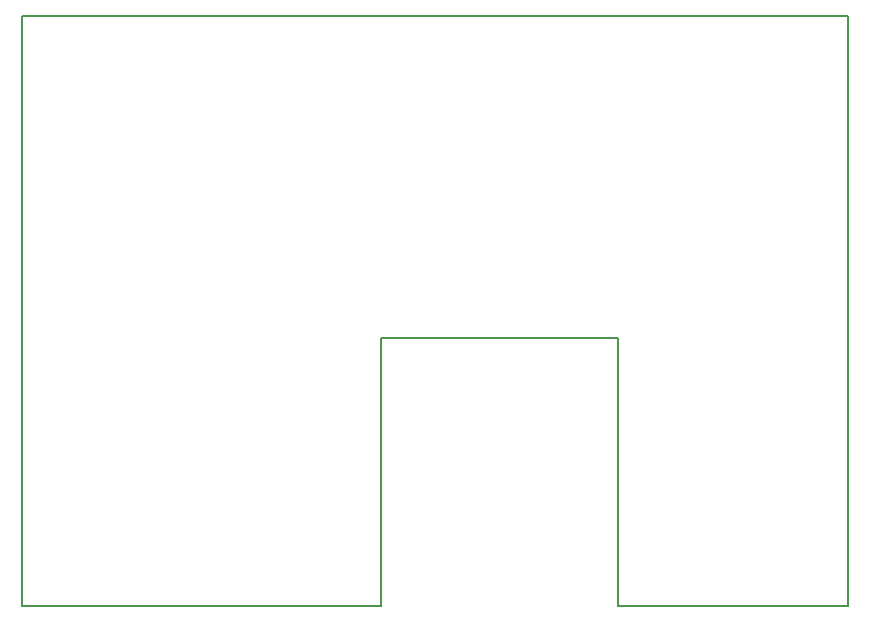
<source format=gm1>
G04 #@! TF.GenerationSoftware,KiCad,Pcbnew,no-vcs-found-5f4599f~59~ubuntu16.04.1*
G04 #@! TF.CreationDate,2017-07-19T09:43:48+03:00*
G04 #@! TF.ProjectId,serial_gw_maple_mini,73657269616C5F67775F6D61706C655F,rev?*
G04 #@! TF.SameCoordinates,Original
G04 #@! TF.FileFunction,Profile,NP*
%FSLAX46Y46*%
G04 Gerber Fmt 4.6, Leading zero omitted, Abs format (unit mm)*
G04 Created by KiCad (PCBNEW no-vcs-found-5f4599f~59~ubuntu16.04.1) date Wed Jul 19 09:43:48 2017*
%MOMM*%
%LPD*%
G01*
G04 APERTURE LIST*
%ADD10C,0.150000*%
G04 APERTURE END LIST*
D10*
X210007200Y-90000000D02*
X190499775Y-90000000D01*
X170434000Y-89992200D02*
X170434000Y-67310000D01*
X190500000Y-67310000D02*
X190500000Y-89992200D01*
X170434000Y-67310000D02*
X190500000Y-67310000D01*
X140000000Y-40000000D02*
X140000000Y-40000000D01*
X140000000Y-90000000D02*
X140000000Y-40000000D01*
X170434115Y-90000000D02*
X140000000Y-90000000D01*
X210000000Y-40000000D02*
X210000000Y-90000000D01*
X140000000Y-40000000D02*
X210000000Y-40000000D01*
M02*

</source>
